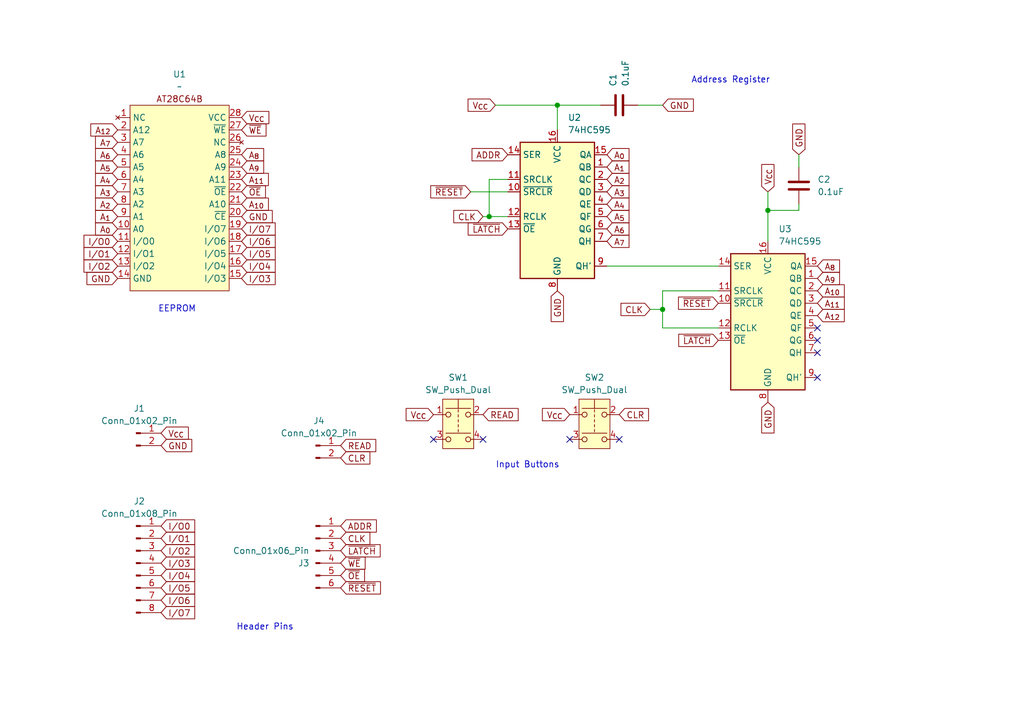
<source format=kicad_sch>
(kicad_sch (version 20250114) (generator "eeschema") (generator_version "9.0")
  (paper "A5")
  (title_block (title "EEPROM Programmer Shield") (date "2025-06-17") (rev "1"))
  (lib_symbols
    (symbol "74xx:74HC595"
      (property "Reference" "U" (at -7.62 13.97 0))
      (property "Value" "74HC595" (at -7.62 -16.51 0))
      (symbol "74HC595_1_0"
        (pin input line (at -10.16 10.16 0) (length 2.54) (name "SER") (number "14"))
        (pin input line (at -10.16 5.08 0) (length 2.54) (name "SRCLK") (number "11"))
        (pin input line (at -10.16 2.54 0) (length 2.54) (name "~{SRCLR}") (number "10"))
        (pin input line (at -10.16 -2.54 0) (length 2.54) (name "RCLK") (number "12"))
        (pin input line (at -10.16 -5.08 0) (length 2.54) (name "~{OE}") (number "13"))
        (pin power_in line (at 0 15.24 270) (length 2.54) (name "VCC") (number "16"))
        (pin power_in line (at 0 -17.78 90) (length 2.54) (name "GND") (number "8"))
        (pin tri_state line (at 10.16 10.16 180) (length 2.54) (name "QA") (number "15"))
        (pin tri_state line (at 10.16 7.62 180) (length 2.54) (name "QB") (number "1"))
        (pin tri_state line (at 10.16 5.08 180) (length 2.54) (name "QC") (number "2"))
        (pin tri_state line (at 10.16 2.54 180) (length 2.54) (name "QD") (number "3"))
        (pin tri_state line (at 10.16 0 180) (length 2.54) (name "QE") (number "4"))
        (pin tri_state line (at 10.16 -2.54 180) (length 2.54) (name "QF") (number "5"))
        (pin tri_state line (at 10.16 -5.08 180) (length 2.54) (name "QG") (number "6"))
        (pin tri_state line (at 10.16 -7.62 180) (length 2.54) (name "QH") (number "7"))
        (pin output line (at 10.16 -12.7 180) (length 2.54) (name "QH'") (number "9"))
      )
      (symbol "74HC595_1_1"
        (rectangle (start -7.62 12.7) (end 7.62 -15.24) (stroke (width 0.254)) (fill (type background)))
      )
    )
    (symbol "Connector:Conn_01x02_Pin" (pin_names (offset 1.016) (hide yes))
      (property "Reference" "J" (at 0 2.54 0))
      (property "Value" "Conn_01x02_Pin" (at 0 -5.08 0))
      (symbol "Conn_01x02_Pin_1_1"
        (rectangle (start 0.8636 0.127) (end 0 -0.127) (stroke (width 0.1524)) (fill (type outline)))
        (rectangle (start 0.8636 -2.413) (end 0 -2.667) (stroke (width 0.1524)) (fill (type outline)))
        (polyline (pts (xy 1.27 0) (xy 0.8636 0)) (stroke (width 0.1524)))
        (polyline (pts (xy 1.27 -2.54) (xy 0.8636 -2.54)) (stroke (width 0.1524)))
        (pin passive line (at 5.08 0 180) (length 3.81) (name "Pin_1") (number "1"))
        (pin passive line (at 5.08 -2.54 180) (length 3.81) (name "Pin_2") (number "2"))
      )
    )
    (symbol "Connector:Conn_01x06_Pin" (pin_names (offset 1.016) (hide yes))
      (property "Reference" "J" (at 0 7.62 0))
      (property "Value" "Conn_01x06_Pin" (at 0 -10.16 0))
      (symbol "Conn_01x06_Pin_1_1"
        (rectangle (start 0.8636 5.207) (end 0 4.953) (stroke (width 0.1524)) (fill (type outline)))
        (rectangle (start 0.8636 2.667) (end 0 2.413) (stroke (width 0.1524)) (fill (type outline)))
        (rectangle (start 0.8636 0.127) (end 0 -0.127) (stroke (width 0.1524)) (fill (type outline)))
        (rectangle (start 0.8636 -2.413) (end 0 -2.667) (stroke (width 0.1524)) (fill (type outline)))
        (rectangle (start 0.8636 -4.953) (end 0 -5.207) (stroke (width 0.1524)) (fill (type outline)))
        (rectangle (start 0.8636 -7.493) (end 0 -7.747) (stroke (width 0.1524)) (fill (type outline)))
        (polyline (pts (xy 1.27 5.08) (xy 0.8636 5.08)) (stroke (width 0.1524)))
        (polyline (pts (xy 1.27 2.54) (xy 0.8636 2.54)) (stroke (width 0.1524)))
        (polyline (pts (xy 1.27 0) (xy 0.8636 0)) (stroke (width 0.1524)))
        (polyline (pts (xy 1.27 -2.54) (xy 0.8636 -2.54)) (stroke (width 0.1524)))
        (polyline (pts (xy 1.27 -5.08) (xy 0.8636 -5.08)) (stroke (width 0.1524)))
        (polyline (pts (xy 1.27 -7.62) (xy 0.8636 -7.62)) (stroke (width 0.1524)))
        (pin passive line (at 5.08 5.08 180) (length 3.81) (name "Pin_1") (number "1"))
        (pin passive line (at 5.08 2.54 180) (length 3.81) (name "Pin_2") (number "2"))
        (pin passive line (at 5.08 0 180) (length 3.81) (name "Pin_3") (number "3"))
        (pin passive line (at 5.08 -2.54 180) (length 3.81) (name "Pin_4") (number "4"))
        (pin passive line (at 5.08 -5.08 180) (length 3.81) (name "Pin_5") (number "5"))
        (pin passive line (at 5.08 -7.62 180) (length 3.81) (name "Pin_6") (number "6"))
      )
    )
    (symbol "Connector:Conn_01x08_Pin" (pin_names (offset 1.016) (hide yes))
      (property "Reference" "J" (at 0 10.16 0))
      (property "Value" "Conn_01x08_Pin" (at 0 -12.7 0))
      (symbol "Conn_01x08_Pin_1_1"
        (rectangle (start 0.8636 7.747) (end 0 7.493) (stroke (width 0.1524)) (fill (type outline)))
        (rectangle (start 0.8636 5.207) (end 0 4.953) (stroke (width 0.1524)) (fill (type outline)))
        (rectangle (start 0.8636 2.667) (end 0 2.413) (stroke (width 0.1524)) (fill (type outline)))
        (rectangle (start 0.8636 0.127) (end 0 -0.127) (stroke (width 0.1524)) (fill (type outline)))
        (rectangle (start 0.8636 -2.413) (end 0 -2.667) (stroke (width 0.1524)) (fill (type outline)))
        (rectangle (start 0.8636 -4.953) (end 0 -5.207) (stroke (width 0.1524)) (fill (type outline)))
        (rectangle (start 0.8636 -7.493) (end 0 -7.747) (stroke (width 0.1524)) (fill (type outline)))
        (rectangle (start 0.8636 -10.033) (end 0 -10.287) (stroke (width 0.1524)) (fill (type outline)))
        (polyline (pts (xy 1.27 7.62) (xy 0.8636 7.62)) (stroke (width 0.1524)))
        (polyline (pts (xy 1.27 5.08) (xy 0.8636 5.08)) (stroke (width 0.1524)))
        (polyline (pts (xy 1.27 2.54) (xy 0.8636 2.54)) (stroke (width 0.1524)))
        (polyline (pts (xy 1.27 0) (xy 0.8636 0)) (stroke (width 0.1524)))
        (polyline (pts (xy 1.27 -2.54) (xy 0.8636 -2.54)) (stroke (width 0.1524)))
        (polyline (pts (xy 1.27 -5.08) (xy 0.8636 -5.08)) (stroke (width 0.1524)))
        (polyline (pts (xy 1.27 -7.62) (xy 0.8636 -7.62)) (stroke (width 0.1524)))
        (polyline (pts (xy 1.27 -10.16) (xy 0.8636 -10.16)) (stroke (width 0.1524)))
        (pin passive line (at 5.08 7.62 180) (length 3.81) (name "Pin_1") (number "1"))
        (pin passive line (at 5.08 5.08 180) (length 3.81) (name "Pin_2") (number "2"))
        (pin passive line (at 5.08 2.54 180) (length 3.81) (name "Pin_3") (number "3"))
        (pin passive line (at 5.08 0 180) (length 3.81) (name "Pin_4") (number "4"))
        (pin passive line (at 5.08 -2.54 180) (length 3.81) (name "Pin_5") (number "5"))
        (pin passive line (at 5.08 -5.08 180) (length 3.81) (name "Pin_6") (number "6"))
        (pin passive line (at 5.08 -7.62 180) (length 3.81) (name "Pin_7") (number "7"))
        (pin passive line (at 5.08 -10.16 180) (length 3.81) (name "Pin_8") (number "8"))
      )
    )
    (symbol "Device:C" (pin_numbers (hide yes)) (pin_names (offset 0.254))
      (property "Reference" "C" (at 0.635 2.54 0))
      (property "Value" "C" (at 0.635 -2.54 0))
      (symbol "C_0_1"
        (polyline (pts (xy -2.032 0.762) (xy 2.032 0.762)) (stroke (width 0.508)))
        (polyline (pts (xy -2.032 -0.762) (xy 2.032 -0.762)) (stroke (width 0.508)))
      )
      (symbol "C_1_1"
        (pin passive line (at 0 3.81 270) (length 2.794) (name "~") (number "1"))
        (pin passive line (at 0 -3.81 90) (length 2.794) (name "~") (number "2"))
      )
    )
    (symbol "Memory_EEPROM:AT28C64B"
      (property "Reference" "U" (at 0 9.906 0))
      (symbol "AT28C64B_1_1"
        (rectangle (start -10.16 6.35) (end 10.16 -31.75) (fill (type color) (color 255 255 194 1)))
        (text "AT28C64B" (at 0 7.62 0) (effects (font (size 1.27 1.27))))
        (pin no_connect line (at -12.7 3.81 0) (length 2.54) (name "NC") (number "1"))
        (pin input line (at -12.7 1.27 0) (length 2.54) (name "A12") (number "2"))
        (pin input line (at -12.7 -1.27 0) (length 2.54) (name "A7") (number "3"))
        (pin input line (at -12.7 -3.81 0) (length 2.54) (name "A6") (number "4"))
        (pin input line (at -12.7 -6.35 0) (length 2.54) (name "A5") (number "5"))
        (pin input line (at -12.7 -8.89 0) (length 2.54) (name "A4") (number "6"))
        (pin input line (at -12.7 -11.43 0) (length 2.54) (name "A3") (number "7"))
        (pin input line (at -12.7 -13.97 0) (length 2.54) (name "A2") (number "8"))
        (pin input line (at -12.7 -16.51 0) (length 2.54) (name "A1") (number "9"))
        (pin input line (at -12.7 -19.05 0) (length 2.54) (name "A0") (number "10"))
        (pin bidirectional line (at -12.7 -21.59 0) (length 2.54) (name "I/O0") (number "11"))
        (pin bidirectional line (at -12.7 -24.13 0) (length 2.54) (name "I/O1") (number "12"))
        (pin bidirectional line (at -12.7 -26.67 0) (length 2.54) (name "I/O2") (number "13"))
        (pin input line (at -12.7 -29.21 0) (length 2.54) (name "GND") (number "14"))
        (pin input line (at 12.7 3.81 180) (length 2.54) (name "VCC") (number "28"))
        (pin input line (at 12.7 1.27 180) (length 2.54) (name "~{WE}") (number "27"))
        (pin no_connect line (at 12.7 -1.27 180) (length 2.54) (name "NC") (number "26"))
        (pin input line (at 12.7 -3.81 180) (length 2.54) (name "A8") (number "25"))
        (pin input line (at 12.7 -6.35 180) (length 2.54) (name "A9") (number "24"))
        (pin input line (at 12.7 -8.89 180) (length 2.54) (name "A11") (number "23"))
        (pin input line (at 12.7 -11.43 180) (length 2.54) (name "~{OE}") (number "22"))
        (pin input line (at 12.7 -13.97 180) (length 2.54) (name "A10") (number "21"))
        (pin input line (at 12.7 -16.51 180) (length 2.54) (name "~{CE}") (number "20"))
        (pin bidirectional line (at 12.7 -19.05 180) (length 2.54) (name "I/O7") (number "19"))
        (pin bidirectional line (at 12.7 -21.59 180) (length 2.54) (name "I/O6") (number "18"))
        (pin bidirectional line (at 12.7 -24.13 180) (length 2.54) (name "I/O5") (number "17"))
        (pin bidirectional line (at 12.7 -26.67 180) (length 2.54) (name "I/O4") (number "16"))
        (pin bidirectional line (at 12.7 -29.21 180) (length 2.54) (name "I/O3") (number "15"))
      )
    )
    (symbol "Switch:SW_Push_Dual" (pin_names (offset 1.016) (hide yes))
      (property "Reference" "SW" (at 0 7.62 0))
      (property "Value" "SW_Push_Dual" (at 0 -6.35 0))
      (symbol "SW_Push_Dual_0_1"
        (circle (center -2.032 2.54) (radius 0.508))
        (circle (center -2.032 -2.54) (radius 0.508))
        (polyline (pts (xy 0 3.81) (xy 0 5.588)))
        (polyline (pts (xy 0 3.048) (xy 0 3.556)))
        (polyline (pts (xy 0 2.032) (xy 0 2.54)))
        (polyline (pts (xy 0 1.016) (xy 0 1.524)))
        (polyline (pts (xy 0 0.508) (xy 0 0)))
        (polyline (pts (xy 0 -0.508) (xy 0 -1.016)))
        (circle (center 2.032 2.54) (radius 0.508))
        (circle (center 2.032 -2.54) (radius 0.508))
        (polyline (pts (xy 2.54 3.81) (xy -2.54 3.81)))
        (polyline (pts (xy 2.54 -1.27) (xy -2.54 -1.27)))
        (pin passive line (at -5.08 2.54 0) (length 2.54) (name "1") (number "1"))
        (pin passive line (at -5.08 -2.54 0) (length 2.54) (name "3") (number "3"))
        (pin passive line (at 5.08 2.54 180) (length 2.54) (name "2") (number "2"))
        (pin passive line (at 5.08 -2.54 180) (length 2.54) (name "4") (number "4"))
      )
      (symbol "SW_Push_Dual_1_1"
        (rectangle (start -3.175 5.715) (end 3.175 -4.445) (fill (type background)))
      )
    )
  )
  (text "Address Register" (at 149.86 16.51 0) (effects (font (size 1.27 1.27))))
  (text "Header Pins" (at 54.356 128.778 0) (effects (font (size 1.27 1.27))))
  (text "Input Buttons" (at 108.204 95.504 0) (effects (font (size 1.27 1.27))))
  (text "EEPROM" (at 36.322 63.5 0) (effects (font (size 1.27 1.27))))
  (junction (at 114.3 21.59))
  (junction (at 157.48 43.18))
  (junction (at 100.33 44.45))
  (junction (at 135.89 63.5))
  (no_connect (at 88.9 90.17))
  (no_connect (at 167.64 67.31))
  (no_connect (at 116.84 90.17))
  (no_connect (at 167.64 72.39))
  (no_connect (at 167.64 77.47))
  (no_connect (at 99.06 90.17))
  (no_connect (at 127 90.17))
  (no_connect (at 167.64 69.85))
  (wire (pts (xy 163.83 34.29) (xy 163.83 31.75)))
  (wire (pts (xy 135.89 59.69) (xy 135.89 63.5)))
  (wire (pts (xy 104.14 36.83) (xy 100.33 36.83)))
  (wire (pts (xy 135.89 67.31) (xy 147.32 67.31)))
  (wire (pts (xy 147.32 59.69) (xy 135.89 59.69)))
  (wire (pts (xy 100.33 36.83) (xy 100.33 44.45)))
  (wire (pts (xy 157.48 43.18) (xy 157.48 49.53)))
  (wire (pts (xy 133.35 63.5) (xy 135.89 63.5)))
  (wire (pts (xy 163.83 41.91) (xy 163.83 43.18)))
  (wire (pts (xy 135.89 63.5) (xy 135.89 67.31)))
  (wire (pts (xy 157.48 39.37) (xy 157.48 43.18)))
  (wire (pts (xy 124.46 54.61) (xy 147.32 54.61)))
  (wire (pts (xy 101.6 21.59) (xy 114.3 21.59)))
  (wire (pts (xy 100.33 44.45) (xy 104.14 44.45)))
  (wire (pts (xy 99.06 44.45) (xy 100.33 44.45)))
  (wire (pts (xy 96.52 39.37) (xy 104.14 39.37)))
  (wire (pts (xy 114.3 21.59) (xy 114.3 26.67)))
  (wire (pts (xy 114.3 21.59) (xy 123.19 21.59)))
  (wire (pts (xy 157.48 43.18) (xy 163.83 43.18)))
  (wire (pts (xy 130.81 21.59) (xy 135.89 21.59)))
  (global_label "A_{2}" (shape input) (at 24.13 41.91 180) (property "Intersheetrefs" "${INTERSHEET_REFS}" (effects (hide yes))))
  (global_label "A_{2}" (shape input) (at 124.46 36.83 0) (property "Intersheetrefs" "${INTERSHEET_REFS}" (effects (hide yes))))
  (global_label "A_{6}" (shape input) (at 24.13 31.75 180) (property "Intersheetrefs" "${INTERSHEET_REFS}" (effects (hide yes))))
  (global_label "I{slash}O2" (shape input) (at 33.02 113.03 0) (property "Intersheetrefs" "${INTERSHEET_REFS}" (effects (hide yes))))
  (global_label "GND" (shape input) (at 163.83 31.75 90) (property "Intersheetrefs" "${INTERSHEET_REFS}" (effects (hide yes))))
  (global_label "A_{9}" (shape input) (at 49.53 34.29 0) (property "Intersheetrefs" "${INTERSHEET_REFS}" (effects (hide yes))))
  (global_label "I{slash}O4" (shape input) (at 33.02 118.11 0) (property "Intersheetrefs" "${INTERSHEET_REFS}" (effects (hide yes))))
  (global_label "V_{CC}" (shape input) (at 33.02 88.9 0) (property "Intersheetrefs" "${INTERSHEET_REFS}" (effects (hide yes))))
  (global_label "~{OE}" (shape input) (at 69.85 118.11 0) (property "Intersheetrefs" "${INTERSHEET_REFS}" (effects (hide yes))))
  (global_label "V_{CC}" (shape input) (at 101.6 21.59 180) (property "Intersheetrefs" "${INTERSHEET_REFS}" (effects (hide yes))))
  (global_label "A_{10}" (shape input) (at 167.64 59.69 0) (property "Intersheetrefs" "${INTERSHEET_REFS}" (effects (hide yes))))
  (global_label "GND" (shape input) (at 157.48 82.55 270) (property "Intersheetrefs" "${INTERSHEET_REFS}" (effects (hide yes))))
  (global_label "ADDR" (shape input) (at 69.85 107.95 0) (property "Intersheetrefs" "${INTERSHEET_REFS}" (effects (hide yes))))
  (global_label "~{RESET}" (shape input) (at 96.52 39.37 180) (property "Intersheetrefs" "${INTERSHEET_REFS}" (effects (hide yes))))
  (global_label "~{WE}" (shape input) (at 49.53 26.67 0) (property "Intersheetrefs" "${INTERSHEET_REFS}" (effects (hide yes))))
  (global_label "I{slash}O3" (shape input) (at 49.53 57.15 0) (property "Intersheetrefs" "${INTERSHEET_REFS}" (effects (hide yes))))
  (global_label "GND" (shape input) (at 135.89 21.59 0) (property "Intersheetrefs" "${INTERSHEET_REFS}" (effects (hide yes))))
  (global_label "I{slash}O1" (shape input) (at 24.13 52.07 180) (property "Intersheetrefs" "${INTERSHEET_REFS}" (effects (hide yes))))
  (global_label "~{LATCH}" (shape input) (at 69.85 113.03 0) (property "Intersheetrefs" "${INTERSHEET_REFS}" (effects (hide yes))))
  (global_label "~{LATCH}" (shape input) (at 104.14 46.99 180) (property "Intersheetrefs" "${INTERSHEET_REFS}" (effects (hide yes))))
  (global_label "A_{1}" (shape input) (at 124.46 34.29 0) (property "Intersheetrefs" "${INTERSHEET_REFS}" (effects (hide yes))))
  (global_label "GND" (shape input) (at 114.3 59.69 270) (property "Intersheetrefs" "${INTERSHEET_REFS}" (effects (hide yes))))
  (global_label "CLR" (shape input) (at 69.85 93.98 0) (property "Intersheetrefs" "${INTERSHEET_REFS}" (effects (hide yes))))
  (global_label "A_{12}" (shape input) (at 24.13 26.67 180) (property "Intersheetrefs" "${INTERSHEET_REFS}" (effects (hide yes))))
  (global_label "V_{CC}" (shape input) (at 49.53 24.13 0) (property "Intersheetrefs" "${INTERSHEET_REFS}" (effects (hide yes))))
  (global_label "GND" (shape input) (at 24.13 57.15 180) (property "Intersheetrefs" "${INTERSHEET_REFS}" (effects (hide yes))))
  (global_label "I{slash}O0" (shape input) (at 24.13 49.53 180) (property "Intersheetrefs" "${INTERSHEET_REFS}" (effects (hide yes))))
  (global_label "I{slash}O3" (shape input) (at 33.02 115.57 0) (property "Intersheetrefs" "${INTERSHEET_REFS}" (effects (hide yes))))
  (global_label "A_{6}" (shape input) (at 124.46 46.99 0) (property "Intersheetrefs" "${INTERSHEET_REFS}" (effects (hide yes))))
  (global_label "V_{CC}" (shape input) (at 88.9 85.09 180) (property "Intersheetrefs" "${INTERSHEET_REFS}" (effects (hide yes))))
  (global_label "CLK" (shape input) (at 99.06 44.45 180) (property "Intersheetrefs" "${INTERSHEET_REFS}" (effects (hide yes))))
  (global_label "GND" (shape input) (at 49.53 44.45 0) (property "Intersheetrefs" "${INTERSHEET_REFS}" (effects (hide yes))))
  (global_label "~{WE}" (shape input) (at 69.85 115.57 0) (property "Intersheetrefs" "${INTERSHEET_REFS}" (effects (hide yes))))
  (global_label "A_{5}" (shape input) (at 24.13 34.29 180) (property "Intersheetrefs" "${INTERSHEET_REFS}" (effects (hide yes))))
  (global_label "A_{0}" (shape input) (at 24.13 46.99 180) (property "Intersheetrefs" "${INTERSHEET_REFS}" (effects (hide yes))))
  (global_label "A_{8}" (shape input) (at 167.64 54.61 0) (property "Intersheetrefs" "${INTERSHEET_REFS}" (effects (hide yes))))
  (global_label "~{LATCH}" (shape input) (at 147.32 69.85 180) (property "Intersheetrefs" "${INTERSHEET_REFS}" (effects (hide yes))))
  (global_label "~{OE}" (shape input) (at 49.53 39.37 0) (property "Intersheetrefs" "${INTERSHEET_REFS}" (effects (hide yes))))
  (global_label "I{slash}O2" (shape input) (at 24.13 54.61 180) (property "Intersheetrefs" "${INTERSHEET_REFS}" (effects (hide yes))))
  (global_label "I{slash}O6" (shape input) (at 33.02 123.19 0) (property "Intersheetrefs" "${INTERSHEET_REFS}" (effects (hide yes))))
  (global_label "A_{3}" (shape input) (at 24.13 39.37 180) (property "Intersheetrefs" "${INTERSHEET_REFS}" (effects (hide yes))))
  (global_label "A_{7}" (shape input) (at 24.13 29.21 180) (property "Intersheetrefs" "${INTERSHEET_REFS}" (effects (hide yes))))
  (global_label "READ" (shape input) (at 69.85 91.44 0) (property "Intersheetrefs" "${INTERSHEET_REFS}" (effects (hide yes))))
  (global_label "A_{3}" (shape input) (at 124.46 39.37 0) (property "Intersheetrefs" "${INTERSHEET_REFS}" (effects (hide yes))))
  (global_label "A_{9}" (shape input) (at 167.64 57.15 0) (property "Intersheetrefs" "${INTERSHEET_REFS}" (effects (hide yes))))
  (global_label "READ" (shape input) (at 99.06 85.09 0) (property "Intersheetrefs" "${INTERSHEET_REFS}" (effects (hide yes))))
  (global_label "I{slash}O6" (shape input) (at 49.53 49.53 0) (property "Intersheetrefs" "${INTERSHEET_REFS}" (effects (hide yes))))
  (global_label "CLK" (shape input) (at 69.85 110.49 0) (property "Intersheetrefs" "${INTERSHEET_REFS}" (effects (hide yes))))
  (global_label "GND" (shape input) (at 33.02 91.44 0) (property "Intersheetrefs" "${INTERSHEET_REFS}" (effects (hide yes))))
  (global_label "I{slash}O7" (shape input) (at 33.02 125.73 0) (property "Intersheetrefs" "${INTERSHEET_REFS}" (effects (hide yes))))
  (global_label "A_{1}" (shape input) (at 24.13 44.45 180) (property "Intersheetrefs" "${INTERSHEET_REFS}" (effects (hide yes))))
  (global_label "CLR" (shape input) (at 127 85.09 0) (property "Intersheetrefs" "${INTERSHEET_REFS}" (effects (hide yes))))
  (global_label "A_{4}" (shape input) (at 124.46 41.91 0) (property "Intersheetrefs" "${INTERSHEET_REFS}" (effects (hide yes))))
  (global_label "A_{5}" (shape input) (at 124.46 44.45 0) (property "Intersheetrefs" "${INTERSHEET_REFS}" (effects (hide yes))))
  (global_label "I{slash}O4" (shape input) (at 49.53 54.61 0) (property "Intersheetrefs" "${INTERSHEET_REFS}" (effects (hide yes))))
  (global_label "V_{CC}" (shape input) (at 116.84 85.09 180) (property "Intersheetrefs" "${INTERSHEET_REFS}" (effects (hide yes))))
  (global_label "I{slash}O5" (shape input) (at 33.02 120.65 0) (property "Intersheetrefs" "${INTERSHEET_REFS}" (effects (hide yes))))
  (global_label "~{RESET}" (shape input) (at 147.32 62.23 180) (property "Intersheetrefs" "${INTERSHEET_REFS}" (effects (hide yes))))
  (global_label "A_{8}" (shape input) (at 49.53 31.75 0) (property "Intersheetrefs" "${INTERSHEET_REFS}" (effects (hide yes))))
  (global_label "A_{11}" (shape input) (at 167.64 62.23 0) (property "Intersheetrefs" "${INTERSHEET_REFS}" (effects (hide yes))))
  (global_label "A_{4}" (shape input) (at 24.13 36.83 180) (property "Intersheetrefs" "${INTERSHEET_REFS}" (effects (hide yes))))
  (global_label "I{slash}O7" (shape input) (at 49.53 46.99 0) (property "Intersheetrefs" "${INTERSHEET_REFS}" (effects (hide yes))))
  (global_label "ADDR" (shape input) (at 104.14 31.75 180) (property "Intersheetrefs" "${INTERSHEET_REFS}" (effects (hide yes))))
  (global_label "A_{0}" (shape input) (at 124.46 31.75 0) (property "Intersheetrefs" "${INTERSHEET_REFS}" (effects (hide yes))))
  (global_label "I{slash}O1" (shape input) (at 33.02 110.49 0) (property "Intersheetrefs" "${INTERSHEET_REFS}" (effects (hide yes))))
  (global_label "A_{7}" (shape input) (at 124.46 49.53 0) (property "Intersheetrefs" "${INTERSHEET_REFS}" (effects (hide yes))))
  (global_label "I{slash}O5" (shape input) (at 49.53 52.07 0) (property "Intersheetrefs" "${INTERSHEET_REFS}" (effects (hide yes))))
  (global_label "~{RESET}" (shape input) (at 69.85 120.65 0) (property "Intersheetrefs" "${INTERSHEET_REFS}" (effects (hide yes))))
  (global_label "CLK" (shape input) (at 133.35 63.5 180) (property "Intersheetrefs" "${INTERSHEET_REFS}" (effects (hide yes))))
  (global_label "A_{11}" (shape input) (at 49.53 36.83 0) (property "Intersheetrefs" "${INTERSHEET_REFS}" (effects (hide yes))))
  (global_label "I{slash}O0" (shape input) (at 33.02 107.95 0) (property "Intersheetrefs" "${INTERSHEET_REFS}" (effects (hide yes))))
  (global_label "A_{12}" (shape input) (at 167.64 64.77 0) (property "Intersheetrefs" "${INTERSHEET_REFS}" (effects (hide yes))))
  (global_label "V_{CC}" (shape input) (at 157.48 39.37 90) (property "Intersheetrefs" "${INTERSHEET_REFS}" (effects (hide yes))))
  (global_label "A_{10}" (shape input) (at 49.53 41.91 0) (property "Intersheetrefs" "${INTERSHEET_REFS}" (effects (hide yes))))
  (symbol (lib_id "Connector:Conn_01x08_Pin") (at 27.94 115.57 0) (unit 1)
    (property "Reference" "J2" (at 28.575 102.87 0))
    (property "Value" "Conn_01x08_Pin" (at 28.575 105.41 0))
    (property "Footprint" "Connector_PinHeader_2.54mm:PinHeader_1x08_P2.54mm_Vertical" (effects (hide yes)))
    (property "Description" "Generic connector, single row, 01x08, script generated" (effects (hide yes)))
  )
  (symbol (lib_id "Switch:SW_Push_Dual") (at 121.92 87.63 0) (unit 1)
    (property "Reference" "SW2" (at 121.92 77.47 0))
    (property "Value" "SW_Push_Dual" (at 121.92 80.01 0))
    (property "Footprint" "Button_Switch_THT:SW_PUSH_6mm" (effects (hide yes)))
    (property "Description" "Push button switch, generic, symbol, four pins" (effects (hide yes)))
  )
  (symbol (lib_id "Switch:SW_Push_Dual") (at 93.98 87.63 0) (unit 1)
    (property "Reference" "SW1" (at 93.98 77.47 0))
    (property "Value" "SW_Push_Dual" (at 93.98 80.01 0))
    (property "Footprint" "Button_Switch_THT:SW_PUSH_6mm" (effects (hide yes)))
    (property "Description" "Push button switch, generic, symbol, four pins" (effects (hide yes)))
  )
  (symbol (lib_id "Device:C") (at 163.83 38.1 180) (unit 1)
    (property "Reference" "C2" (at 167.64 36.8299 0) (effects (justify right)))
    (property "Value" "0.1uF" (at 167.64 39.3699 0) (effects (justify right)))
    (property "Footprint" "Capacitor_THT:CP_Radial_D4.0mm_P1.50mm" (effects (hide yes)))
    (property "Description" "Unpolarized capacitor" (effects (hide yes)))
  )
  (symbol (lib_id "Memory_EEPROM:AT28C64B") (at 36.83 27.94 0) (unit 1)
    (property "Reference" "U1" (at 36.83 15.24 0))
    (property "Value" "~" (at 36.83 17.78 0))
    (property "Footprint" "Package_DIP:DIP-28_W15.24mm" (effects (hide yes)))
  )
  (symbol (lib_id "74xx:74HC595") (at 114.3 41.91 0) (unit 1)
    (property "Reference" "U2" (at 116.4433 24.13 0) (effects (justify left)))
    (property "Value" "74HC595" (at 116.4433 26.67 0) (effects (justify left)))
    (property "Footprint" "Package_DIP:CERDIP-16_W7.62mm_SideBrazed" (effects (hide yes)))
    (property "Datasheet" "http://www.ti.com/lit/ds/symlink/sn74hc595.pdf" (effects (hide yes)))
    (property "Description" "8-bit serial in/out Shift Register 3-State Outputs" (effects (hide yes)))
  )
  (symbol (lib_id "Connector:Conn_01x06_Pin") (at 64.77 113.03 0) (unit 1)
    (property "Reference" "J3" (at 63.5 115.5701 0) (effects (justify right)))
    (property "Value" "Conn_01x06_Pin" (at 63.5 113.0301 0) (effects (justify right)))
    (property "Footprint" "Connector_PinHeader_2.54mm:PinHeader_1x06_P2.54mm_Vertical" (effects (hide yes)))
    (property "Description" "Generic connector, single row, 01x06, script generated" (effects (hide yes)))
  )
  (symbol (lib_id "74xx:74HC595") (at 157.48 64.77 0) (unit 1)
    (property "Reference" "U3" (at 159.6233 46.99 0) (effects (justify left)))
    (property "Value" "74HC595" (at 159.6233 49.53 0) (effects (justify left)))
    (property "Footprint" "Package_DIP:CERDIP-16_W7.62mm_SideBrazed" (effects (hide yes)))
    (property "Datasheet" "http://www.ti.com/lit/ds/symlink/sn74hc595.pdf" (effects (hide yes)))
    (property "Description" "8-bit serial in/out Shift Register 3-State Outputs" (effects (hide yes)))
  )
  (symbol (lib_id "Connector:Conn_01x02_Pin") (at 27.94 88.9 0) (unit 1)
    (property "Reference" "J1" (at 28.575 83.82 0))
    (property "Value" "Conn_01x02_Pin" (at 28.575 86.36 0))
    (property "Footprint" "Connector_PinHeader_1.27mm:PinHeader_1x02_P1.27mm_Vertical" (effects (hide yes)))
    (property "Description" "Generic connector, single row, 01x02, script generated" (effects (hide yes)))
  )
  (symbol (lib_id "Connector:Conn_01x02_Pin") (at 64.77 91.44 0) (unit 1)
    (property "Reference" "J4" (at 65.405 86.36 0))
    (property "Value" "Conn_01x02_Pin" (at 65.405 88.9 0))
    (property "Footprint" "Connector_PinHeader_1.27mm:PinHeader_1x02_P1.27mm_Vertical" (effects (hide yes)))
    (property "Description" "Generic connector, single row, 01x02, script generated" (effects (hide yes)))
  )
  (symbol (lib_id "Device:C") (at 127 21.59 90) (unit 1)
    (property "Reference" "C1" (at 125.7299 17.78 0) (effects (justify left)))
    (property "Value" "0.1uF" (at 128.2699 17.78 0) (effects (justify left)))
    (property "Footprint" "Capacitor_THT:CP_Radial_D4.0mm_P1.50mm" (effects (hide yes)))
    (property "Description" "Unpolarized capacitor" (effects (hide yes)))
  )
)
</source>
